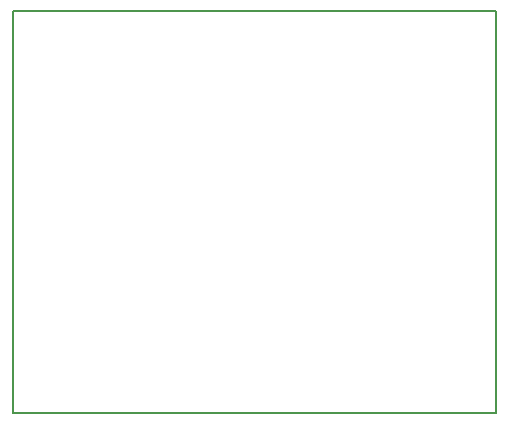
<source format=gm1>
G04 #@! TF.GenerationSoftware,KiCad,Pcbnew,(5.0.0)*
G04 #@! TF.CreationDate,2019-03-08T13:39:37-05:00*
G04 #@! TF.ProjectId,Dongle,446F6E676C652E6B696361645F706362,rev?*
G04 #@! TF.SameCoordinates,Original*
G04 #@! TF.FileFunction,Profile,NP*
%FSLAX46Y46*%
G04 Gerber Fmt 4.6, Leading zero omitted, Abs format (unit mm)*
G04 Created by KiCad (PCBNEW (5.0.0)) date 03/08/19 13:39:37*
%MOMM*%
%LPD*%
G01*
G04 APERTURE LIST*
%ADD10C,0.200000*%
G04 APERTURE END LIST*
D10*
X20320000Y-35052000D02*
X20320000Y-1016000D01*
X61214000Y-35052000D02*
X20320000Y-35052000D01*
X61214000Y-1016000D02*
X61214000Y-35052000D01*
X20320000Y-1016000D02*
X61214000Y-1016000D01*
M02*

</source>
